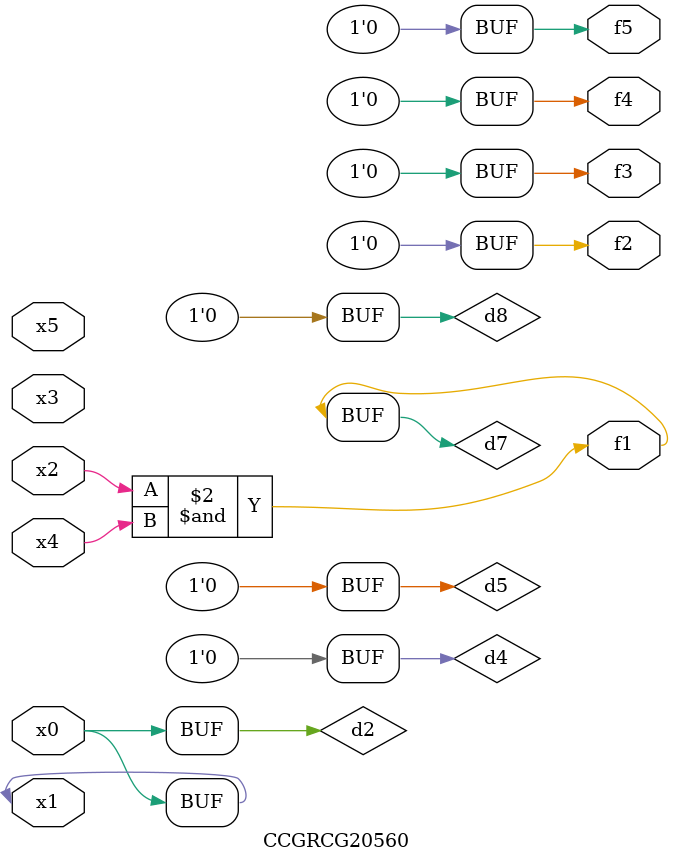
<source format=v>
module CCGRCG20560(
	input x0, x1, x2, x3, x4, x5,
	output f1, f2, f3, f4, f5
);

	wire d1, d2, d3, d4, d5, d6, d7, d8, d9;

	nand (d1, x1);
	buf (d2, x0, x1);
	nand (d3, x2, x4);
	and (d4, d1, d2);
	and (d5, d1, d2);
	nand (d6, d1, d3);
	not (d7, d3);
	xor (d8, d5);
	nor (d9, d5, d6);
	assign f1 = d7;
	assign f2 = d8;
	assign f3 = d8;
	assign f4 = d8;
	assign f5 = d8;
endmodule

</source>
